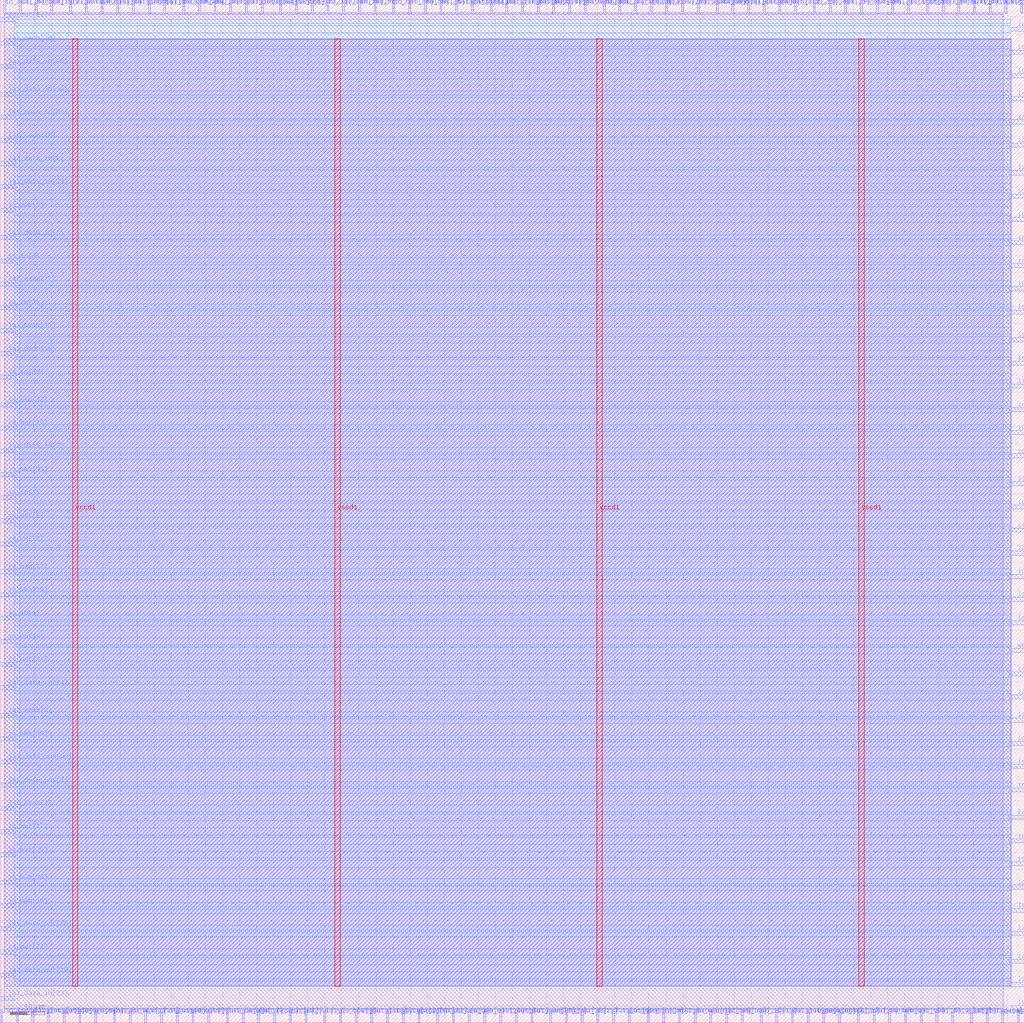
<source format=lef>
VERSION 5.7 ;
  NOWIREEXTENSIONATPIN ON ;
  DIVIDERCHAR "/" ;
  BUSBITCHARS "[]" ;
MACRO wrapped_asic_watch
  CLASS BLOCK ;
  FOREIGN wrapped_asic_watch ;
  ORIGIN 0.000 0.000 ;
  SIZE 300.000 BY 300.000 ;
  PIN active
    DIRECTION INPUT ;
    USE SIGNAL ;
    PORT
      LAYER met2 ;
        RECT 24.790 296.000 25.350 300.000 ;
    END
  END active
  PIN io_in[0]
    DIRECTION INPUT ;
    USE SIGNAL ;
    PORT
      LAYER met2 ;
        RECT 79.990 0.000 80.550 4.000 ;
    END
  END io_in[0]
  PIN io_in[10]
    DIRECTION INPUT ;
    USE SIGNAL ;
    PORT
      LAYER met2 ;
        RECT 185.790 296.000 186.350 300.000 ;
    END
  END io_in[10]
  PIN io_in[11]
    DIRECTION INPUT ;
    USE SIGNAL ;
    PORT
      LAYER met2 ;
        RECT 43.190 296.000 43.750 300.000 ;
    END
  END io_in[11]
  PIN io_in[12]
    DIRECTION INPUT ;
    USE SIGNAL ;
    PORT
      LAYER met3 ;
        RECT 296.000 241.820 300.000 243.020 ;
    END
  END io_in[12]
  PIN io_in[13]
    DIRECTION INPUT ;
    USE SIGNAL ;
    PORT
      LAYER met2 ;
        RECT 122.310 0.000 122.870 4.000 ;
    END
  END io_in[13]
  PIN io_in[14]
    DIRECTION INPUT ;
    USE SIGNAL ;
    PORT
      LAYER met2 ;
        RECT 137.950 296.000 138.510 300.000 ;
    END
  END io_in[14]
  PIN io_in[15]
    DIRECTION INPUT ;
    USE SIGNAL ;
    PORT
      LAYER met3 ;
        RECT 296.000 256.780 300.000 257.980 ;
    END
  END io_in[15]
  PIN io_in[16]
    DIRECTION INPUT ;
    USE SIGNAL ;
    PORT
      LAYER met2 ;
        RECT 278.710 0.000 279.270 4.000 ;
    END
  END io_in[16]
  PIN io_in[17]
    DIRECTION INPUT ;
    USE SIGNAL ;
    PORT
      LAYER met2 ;
        RECT 95.630 296.000 96.190 300.000 ;
    END
  END io_in[17]
  PIN io_in[18]
    DIRECTION INPUT ;
    USE SIGNAL ;
    PORT
      LAYER met2 ;
        RECT 104.830 296.000 105.390 300.000 ;
    END
  END io_in[18]
  PIN io_in[19]
    DIRECTION INPUT ;
    USE SIGNAL ;
    PORT
      LAYER met2 ;
        RECT 222.590 0.000 223.150 4.000 ;
    END
  END io_in[19]
  PIN io_in[1]
    DIRECTION INPUT ;
    USE SIGNAL ;
    PORT
      LAYER met3 ;
        RECT 0.000 118.060 4.000 119.260 ;
    END
  END io_in[1]
  PIN io_in[20]
    DIRECTION INPUT ;
    USE SIGNAL ;
    PORT
      LAYER met3 ;
        RECT 0.000 209.180 4.000 210.380 ;
    END
  END io_in[20]
  PIN io_in[21]
    DIRECTION INPUT ;
    USE SIGNAL ;
    PORT
      LAYER met3 ;
        RECT 0.000 139.820 4.000 141.020 ;
    END
  END io_in[21]
  PIN io_in[22]
    DIRECTION INPUT ;
    USE SIGNAL ;
    PORT
      LAYER met3 ;
        RECT 296.000 52.780 300.000 53.980 ;
    END
  END io_in[22]
  PIN io_in[23]
    DIRECTION INPUT ;
    USE SIGNAL ;
    PORT
      LAYER met2 ;
        RECT 91.030 296.000 91.590 300.000 ;
    END
  END io_in[23]
  PIN io_in[24]
    DIRECTION INPUT ;
    USE SIGNAL ;
    PORT
      LAYER met2 ;
        RECT 76.310 296.000 76.870 300.000 ;
    END
  END io_in[24]
  PIN io_in[25]
    DIRECTION INPUT ;
    USE SIGNAL ;
    PORT
      LAYER met2 ;
        RECT 194.070 0.000 194.630 4.000 ;
    END
  END io_in[25]
  PIN io_in[26]
    DIRECTION INPUT ;
    USE SIGNAL ;
    PORT
      LAYER met2 ;
        RECT 189.470 0.000 190.030 4.000 ;
    END
  END io_in[26]
  PIN io_in[27]
    DIRECTION INPUT ;
    USE SIGNAL ;
    PORT
      LAYER met3 ;
        RECT 296.000 17.420 300.000 18.620 ;
    END
  END io_in[27]
  PIN io_in[28]
    DIRECTION INPUT ;
    USE SIGNAL ;
    PORT
      LAYER met2 ;
        RECT 170.150 0.000 170.710 4.000 ;
    END
  END io_in[28]
  PIN io_in[29]
    DIRECTION INPUT ;
    USE SIGNAL ;
    PORT
      LAYER met2 ;
        RECT 298.950 296.000 299.510 300.000 ;
    END
  END io_in[29]
  PIN io_in[2]
    DIRECTION INPUT ;
    USE SIGNAL ;
    PORT
      LAYER met2 ;
        RECT 84.590 0.000 85.150 4.000 ;
    END
  END io_in[2]
  PIN io_in[30]
    DIRECTION INPUT ;
    USE SIGNAL ;
    PORT
      LAYER met3 ;
        RECT 296.000 81.340 300.000 82.540 ;
    END
  END io_in[30]
  PIN io_in[31]
    DIRECTION INPUT ;
    USE SIGNAL ;
    PORT
      LAYER met2 ;
        RECT 14.670 296.000 15.230 300.000 ;
    END
  END io_in[31]
  PIN io_in[32]
    DIRECTION INPUT ;
    USE SIGNAL ;
    PORT
      LAYER met2 ;
        RECT 160.950 0.000 161.510 4.000 ;
    END
  END io_in[32]
  PIN io_in[33]
    DIRECTION INPUT ;
    USE SIGNAL ;
    PORT
      LAYER met3 ;
        RECT 0.000 188.780 4.000 189.980 ;
    END
  END io_in[33]
  PIN io_in[34]
    DIRECTION INPUT ;
    USE SIGNAL ;
    PORT
      LAYER met2 ;
        RECT 238.230 296.000 238.790 300.000 ;
    END
  END io_in[34]
  PIN io_in[35]
    DIRECTION INPUT ;
    USE SIGNAL ;
    PORT
      LAYER met2 ;
        RECT 265.830 296.000 266.390 300.000 ;
    END
  END io_in[35]
  PIN io_in[36]
    DIRECTION INPUT ;
    USE SIGNAL ;
    PORT
      LAYER met3 ;
        RECT 296.000 165.660 300.000 166.860 ;
    END
  END io_in[36]
  PIN io_in[37]
    DIRECTION INPUT ;
    USE SIGNAL ;
    PORT
      LAYER met2 ;
        RECT 271.350 296.000 271.910 300.000 ;
    END
  END io_in[37]
  PIN io_in[3]
    DIRECTION INPUT ;
    USE SIGNAL ;
    PORT
      LAYER met2 ;
        RECT 190.390 296.000 190.950 300.000 ;
    END
  END io_in[3]
  PIN io_in[4]
    DIRECTION INPUT ;
    USE SIGNAL ;
    PORT
      LAYER met3 ;
        RECT 296.000 157.500 300.000 158.700 ;
    END
  END io_in[4]
  PIN io_in[5]
    DIRECTION INPUT ;
    USE SIGNAL ;
    PORT
      LAYER met3 ;
        RECT 296.000 283.980 300.000 285.180 ;
    END
  END io_in[5]
  PIN io_in[6]
    DIRECTION INPUT ;
    USE SIGNAL ;
    PORT
      LAYER met3 ;
        RECT 0.000 222.780 4.000 223.980 ;
    END
  END io_in[6]
  PIN io_in[7]
    DIRECTION INPUT ;
    USE SIGNAL ;
    PORT
      LAYER met3 ;
        RECT 0.000 153.420 4.000 154.620 ;
    END
  END io_in[7]
  PIN io_in[8]
    DIRECTION INPUT ;
    USE SIGNAL ;
    PORT
      LAYER met3 ;
        RECT 296.000 179.260 300.000 180.460 ;
    END
  END io_in[8]
  PIN io_in[9]
    DIRECTION INPUT ;
    USE SIGNAL ;
    PORT
      LAYER met2 ;
        RECT 86.430 296.000 86.990 300.000 ;
    END
  END io_in[9]
  PIN io_oeb[0]
    DIRECTION OUTPUT TRISTATE ;
    USE SIGNAL ;
    PORT
      LAYER met2 ;
        RECT 137.030 0.000 137.590 4.000 ;
    END
  END io_oeb[0]
  PIN io_oeb[10]
    DIRECTION OUTPUT TRISTATE ;
    USE SIGNAL ;
    PORT
      LAYER met3 ;
        RECT 0.000 124.860 4.000 126.060 ;
    END
  END io_oeb[10]
  PIN io_oeb[11]
    DIRECTION OUTPUT TRISTATE ;
    USE SIGNAL ;
    PORT
      LAYER met3 ;
        RECT 296.000 143.900 300.000 145.100 ;
    END
  END io_oeb[11]
  PIN io_oeb[12]
    DIRECTION OUTPUT TRISTATE ;
    USE SIGNAL ;
    PORT
      LAYER met3 ;
        RECT 296.000 45.980 300.000 47.180 ;
    END
  END io_oeb[12]
  PIN io_oeb[13]
    DIRECTION OUTPUT TRISTATE ;
    USE SIGNAL ;
    PORT
      LAYER met3 ;
        RECT 296.000 39.180 300.000 40.380 ;
    END
  END io_oeb[13]
  PIN io_oeb[14]
    DIRECTION OUTPUT TRISTATE ;
    USE SIGNAL ;
    PORT
      LAYER met3 ;
        RECT 0.000 33.740 4.000 34.940 ;
    END
  END io_oeb[14]
  PIN io_oeb[15]
    DIRECTION OUTPUT TRISTATE ;
    USE SIGNAL ;
    PORT
      LAYER met2 ;
        RECT 114.950 296.000 115.510 300.000 ;
    END
  END io_oeb[15]
  PIN io_oeb[16]
    DIRECTION OUTPUT TRISTATE ;
    USE SIGNAL ;
    PORT
      LAYER met2 ;
        RECT 269.510 0.000 270.070 4.000 ;
    END
  END io_oeb[16]
  PIN io_oeb[17]
    DIRECTION OUTPUT TRISTATE ;
    USE SIGNAL ;
    PORT
      LAYER met2 ;
        RECT 70.790 0.000 71.350 4.000 ;
    END
  END io_oeb[17]
  PIN io_oeb[18]
    DIRECTION OUTPUT TRISTATE ;
    USE SIGNAL ;
    PORT
      LAYER met2 ;
        RECT 228.110 296.000 228.670 300.000 ;
    END
  END io_oeb[18]
  PIN io_oeb[19]
    DIRECTION OUTPUT TRISTATE ;
    USE SIGNAL ;
    PORT
      LAYER met2 ;
        RECT 119.550 296.000 120.110 300.000 ;
    END
  END io_oeb[19]
  PIN io_oeb[1]
    DIRECTION OUTPUT TRISTATE ;
    USE SIGNAL ;
    PORT
      LAYER met2 ;
        RECT 203.270 0.000 203.830 4.000 ;
    END
  END io_oeb[1]
  PIN io_oeb[20]
    DIRECTION OUTPUT TRISTATE ;
    USE SIGNAL ;
    PORT
      LAYER met3 ;
        RECT 296.000 94.940 300.000 96.140 ;
    END
  END io_oeb[20]
  PIN io_oeb[21]
    DIRECTION OUTPUT TRISTATE ;
    USE SIGNAL ;
    PORT
      LAYER met2 ;
        RECT 53.310 296.000 53.870 300.000 ;
    END
  END io_oeb[21]
  PIN io_oeb[22]
    DIRECTION OUTPUT TRISTATE ;
    USE SIGNAL ;
    PORT
      LAYER met2 ;
        RECT 27.550 0.000 28.110 4.000 ;
    END
  END io_oeb[22]
  PIN io_oeb[23]
    DIRECTION OUTPUT TRISTATE ;
    USE SIGNAL ;
    PORT
      LAYER met2 ;
        RECT 171.070 296.000 171.630 300.000 ;
    END
  END io_oeb[23]
  PIN io_oeb[24]
    DIRECTION OUTPUT TRISTATE ;
    USE SIGNAL ;
    PORT
      LAYER met2 ;
        RECT 176.590 296.000 177.150 300.000 ;
    END
  END io_oeb[24]
  PIN io_oeb[25]
    DIRECTION OUTPUT TRISTATE ;
    USE SIGNAL ;
    PORT
      LAYER met2 ;
        RECT 245.590 0.000 246.150 4.000 ;
    END
  END io_oeb[25]
  PIN io_oeb[26]
    DIRECTION OUTPUT TRISTATE ;
    USE SIGNAL ;
    PORT
      LAYER met3 ;
        RECT 296.000 221.420 300.000 222.620 ;
    END
  END io_oeb[26]
  PIN io_oeb[27]
    DIRECTION OUTPUT TRISTATE ;
    USE SIGNAL ;
    PORT
      LAYER met2 ;
        RECT 194.990 296.000 195.550 300.000 ;
    END
  END io_oeb[27]
  PIN io_oeb[28]
    DIRECTION OUTPUT TRISTATE ;
    USE SIGNAL ;
    PORT
      LAYER met2 ;
        RECT 217.070 0.000 217.630 4.000 ;
    END
  END io_oeb[28]
  PIN io_oeb[29]
    DIRECTION OUTPUT TRISTATE ;
    USE SIGNAL ;
    PORT
      LAYER met3 ;
        RECT 296.000 172.460 300.000 173.660 ;
    END
  END io_oeb[29]
  PIN io_oeb[2]
    DIRECTION OUTPUT TRISTATE ;
    USE SIGNAL ;
    PORT
      LAYER met2 ;
        RECT 256.630 296.000 257.190 300.000 ;
    END
  END io_oeb[2]
  PIN io_oeb[30]
    DIRECTION OUTPUT TRISTATE ;
    USE SIGNAL ;
    PORT
      LAYER met2 ;
        RECT 57.910 296.000 58.470 300.000 ;
    END
  END io_oeb[30]
  PIN io_oeb[31]
    DIRECTION OUTPUT TRISTATE ;
    USE SIGNAL ;
    PORT
      LAYER met2 ;
        RECT 212.470 0.000 213.030 4.000 ;
    END
  END io_oeb[31]
  PIN io_oeb[32]
    DIRECTION OUTPUT TRISTATE ;
    USE SIGNAL ;
    PORT
      LAYER met3 ;
        RECT 0.000 180.620 4.000 181.820 ;
    END
  END io_oeb[32]
  PIN io_oeb[33]
    DIRECTION OUTPUT TRISTATE ;
    USE SIGNAL ;
    PORT
      LAYER met2 ;
        RECT 251.110 0.000 251.670 4.000 ;
    END
  END io_oeb[33]
  PIN io_oeb[34]
    DIRECTION OUTPUT TRISTATE ;
    USE SIGNAL ;
    PORT
      LAYER met2 ;
        RECT 100.230 296.000 100.790 300.000 ;
    END
  END io_oeb[34]
  PIN io_oeb[35]
    DIRECTION OUTPUT TRISTATE ;
    USE SIGNAL ;
    PORT
      LAYER met3 ;
        RECT 0.000 160.220 4.000 161.420 ;
    END
  END io_oeb[35]
  PIN io_oeb[36]
    DIRECTION OUTPUT TRISTATE ;
    USE SIGNAL ;
    PORT
      LAYER met3 ;
        RECT 0.000 82.700 4.000 83.900 ;
    END
  END io_oeb[36]
  PIN io_oeb[37]
    DIRECTION OUTPUT TRISTATE ;
    USE SIGNAL ;
    PORT
      LAYER met3 ;
        RECT 0.000 131.660 4.000 132.860 ;
    END
  END io_oeb[37]
  PIN io_oeb[3]
    DIRECTION OUTPUT TRISTATE ;
    USE SIGNAL ;
    PORT
      LAYER met2 ;
        RECT 132.430 0.000 132.990 4.000 ;
    END
  END io_oeb[3]
  PIN io_oeb[4]
    DIRECTION OUTPUT TRISTATE ;
    USE SIGNAL ;
    PORT
      LAYER met2 ;
        RECT 260.310 0.000 260.870 4.000 ;
    END
  END io_oeb[4]
  PIN io_oeb[5]
    DIRECTION OUTPUT TRISTATE ;
    USE SIGNAL ;
    PORT
      LAYER met3 ;
        RECT 0.000 237.740 4.000 238.940 ;
    END
  END io_oeb[5]
  PIN io_oeb[6]
    DIRECTION OUTPUT TRISTATE ;
    USE SIGNAL ;
    PORT
      LAYER met3 ;
        RECT 296.000 67.740 300.000 68.940 ;
    END
  END io_oeb[6]
  PIN io_oeb[7]
    DIRECTION OUTPUT TRISTATE ;
    USE SIGNAL ;
    PORT
      LAYER met2 ;
        RECT 109.430 296.000 109.990 300.000 ;
    END
  END io_oeb[7]
  PIN io_oeb[8]
    DIRECTION OUTPUT TRISTATE ;
    USE SIGNAL ;
    PORT
      LAYER met2 ;
        RECT 22.950 0.000 23.510 4.000 ;
    END
  END io_oeb[8]
  PIN io_oeb[9]
    DIRECTION OUTPUT TRISTATE ;
    USE SIGNAL ;
    PORT
      LAYER met2 ;
        RECT 56.070 0.000 56.630 4.000 ;
    END
  END io_oeb[9]
  PIN io_out[0]
    DIRECTION OUTPUT TRISTATE ;
    USE SIGNAL ;
    PORT
      LAYER met3 ;
        RECT 296.000 277.180 300.000 278.380 ;
    END
  END io_out[0]
  PIN io_out[10]
    DIRECTION OUTPUT TRISTATE ;
    USE SIGNAL ;
    PORT
      LAYER met3 ;
        RECT 296.000 137.100 300.000 138.300 ;
    END
  END io_out[10]
  PIN io_out[11]
    DIRECTION OUTPUT TRISTATE ;
    USE SIGNAL ;
    PORT
      LAYER met3 ;
        RECT 0.000 20.140 4.000 21.340 ;
    END
  END io_out[11]
  PIN io_out[12]
    DIRECTION OUTPUT TRISTATE ;
    USE SIGNAL ;
    PORT
      LAYER met3 ;
        RECT 0.000 55.500 4.000 56.700 ;
    END
  END io_out[12]
  PIN io_out[13]
    DIRECTION OUTPUT TRISTATE ;
    USE SIGNAL ;
    PORT
      LAYER met2 ;
        RECT 207.870 0.000 208.430 4.000 ;
    END
  END io_out[13]
  PIN io_out[14]
    DIRECTION OUTPUT TRISTATE ;
    USE SIGNAL ;
    PORT
      LAYER met3 ;
        RECT 296.000 228.220 300.000 229.420 ;
    END
  END io_out[14]
  PIN io_out[15]
    DIRECTION OUTPUT TRISTATE ;
    USE SIGNAL ;
    PORT
      LAYER met2 ;
        RECT 0.870 296.000 1.430 300.000 ;
    END
  END io_out[15]
  PIN io_out[16]
    DIRECTION OUTPUT TRISTATE ;
    USE SIGNAL ;
    PORT
      LAYER met3 ;
        RECT 296.000 130.300 300.000 131.500 ;
    END
  END io_out[16]
  PIN io_out[17]
    DIRECTION OUTPUT TRISTATE ;
    USE SIGNAL ;
    PORT
      LAYER met2 ;
        RECT 280.550 296.000 281.110 300.000 ;
    END
  END io_out[17]
  PIN io_out[18]
    DIRECTION OUTPUT TRISTATE ;
    USE SIGNAL ;
    PORT
      LAYER met2 ;
        RECT 240.990 0.000 241.550 4.000 ;
    END
  END io_out[18]
  PIN io_out[19]
    DIRECTION OUTPUT TRISTATE ;
    USE SIGNAL ;
    PORT
      LAYER met3 ;
        RECT 0.000 173.820 4.000 175.020 ;
    END
  END io_out[19]
  PIN io_out[1]
    DIRECTION OUTPUT TRISTATE ;
    USE SIGNAL ;
    PORT
      LAYER met2 ;
        RECT 214.310 296.000 214.870 300.000 ;
    END
  END io_out[1]
  PIN io_out[20]
    DIRECTION OUTPUT TRISTATE ;
    USE SIGNAL ;
    PORT
      LAYER met2 ;
        RECT 252.030 296.000 252.590 300.000 ;
    END
  END io_out[20]
  PIN io_out[21]
    DIRECTION OUTPUT TRISTATE ;
    USE SIGNAL ;
    PORT
      LAYER met3 ;
        RECT 0.000 293.500 4.000 294.700 ;
    END
  END io_out[21]
  PIN io_out[22]
    DIRECTION OUTPUT TRISTATE ;
    USE SIGNAL ;
    PORT
      LAYER met2 ;
        RECT 165.550 0.000 166.110 4.000 ;
    END
  END io_out[22]
  PIN io_out[23]
    DIRECTION OUTPUT TRISTATE ;
    USE SIGNAL ;
    PORT
      LAYER met3 ;
        RECT 296.000 101.740 300.000 102.940 ;
    END
  END io_out[23]
  PIN io_out[24]
    DIRECTION OUTPUT TRISTATE ;
    USE SIGNAL ;
    PORT
      LAYER met2 ;
        RECT 141.630 0.000 142.190 4.000 ;
    END
  END io_out[24]
  PIN io_out[25]
    DIRECTION OUTPUT TRISTATE ;
    USE SIGNAL ;
    PORT
      LAYER met2 ;
        RECT 232.710 296.000 233.270 300.000 ;
    END
  END io_out[25]
  PIN io_out[26]
    DIRECTION OUTPUT TRISTATE ;
    USE SIGNAL ;
    PORT
      LAYER met3 ;
        RECT 0.000 40.540 4.000 41.740 ;
    END
  END io_out[26]
  PIN io_out[27]
    DIRECTION OUTPUT TRISTATE ;
    USE SIGNAL ;
    PORT
      LAYER met2 ;
        RECT 242.830 296.000 243.390 300.000 ;
    END
  END io_out[27]
  PIN io_out[28]
    DIRECTION OUTPUT TRISTATE ;
    USE SIGNAL ;
    PORT
      LAYER met2 ;
        RECT 89.190 0.000 89.750 4.000 ;
    END
  END io_out[28]
  PIN io_out[29]
    DIRECTION OUTPUT TRISTATE ;
    USE SIGNAL ;
    PORT
      LAYER met2 ;
        RECT 264.910 0.000 265.470 4.000 ;
    END
  END io_out[29]
  PIN io_out[2]
    DIRECTION OUTPUT TRISTATE ;
    USE SIGNAL ;
    PORT
      LAYER met2 ;
        RECT 37.670 0.000 38.230 4.000 ;
    END
  END io_out[2]
  PIN io_out[30]
    DIRECTION OUTPUT TRISTATE ;
    USE SIGNAL ;
    PORT
      LAYER met3 ;
        RECT 0.000 48.700 4.000 49.900 ;
    END
  END io_out[30]
  PIN io_out[31]
    DIRECTION OUTPUT TRISTATE ;
    USE SIGNAL ;
    PORT
      LAYER met3 ;
        RECT 0.000 104.460 4.000 105.660 ;
    END
  END io_out[31]
  PIN io_out[32]
    DIRECTION OUTPUT TRISTATE ;
    USE SIGNAL ;
    PORT
      LAYER met2 ;
        RECT 29.390 296.000 29.950 300.000 ;
    END
  END io_out[32]
  PIN io_out[33]
    DIRECTION OUTPUT TRISTATE ;
    USE SIGNAL ;
    PORT
      LAYER met2 ;
        RECT 293.430 0.000 293.990 4.000 ;
    END
  END io_out[33]
  PIN io_out[34]
    DIRECTION OUTPUT TRISTATE ;
    USE SIGNAL ;
    PORT
      LAYER met3 ;
        RECT 296.000 235.020 300.000 236.220 ;
    END
  END io_out[34]
  PIN io_out[35]
    DIRECTION OUTPUT TRISTATE ;
    USE SIGNAL ;
    PORT
      LAYER met3 ;
        RECT 296.000 214.620 300.000 215.820 ;
    END
  END io_out[35]
  PIN io_out[36]
    DIRECTION OUTPUT TRISTATE ;
    USE SIGNAL ;
    PORT
      LAYER met2 ;
        RECT 124.150 296.000 124.710 300.000 ;
    END
  END io_out[36]
  PIN io_out[37]
    DIRECTION OUTPUT TRISTATE ;
    USE SIGNAL ;
    PORT
      LAYER met3 ;
        RECT 296.000 263.580 300.000 264.780 ;
    END
  END io_out[37]
  PIN io_out[3]
    DIRECTION OUTPUT TRISTATE ;
    USE SIGNAL ;
    PORT
      LAYER met2 ;
        RECT 10.070 296.000 10.630 300.000 ;
    END
  END io_out[3]
  PIN io_out[4]
    DIRECTION OUTPUT TRISTATE ;
    USE SIGNAL ;
    PORT
      LAYER met3 ;
        RECT 296.000 150.700 300.000 151.900 ;
    END
  END io_out[4]
  PIN io_out[5]
    DIRECTION OUTPUT TRISTATE ;
    USE SIGNAL ;
    PORT
      LAYER met2 ;
        RECT 161.870 296.000 162.430 300.000 ;
    END
  END io_out[5]
  PIN io_out[6]
    DIRECTION OUTPUT TRISTATE ;
    USE SIGNAL ;
    PORT
      LAYER met2 ;
        RECT 289.750 296.000 290.310 300.000 ;
    END
  END io_out[6]
  PIN io_out[7]
    DIRECTION OUTPUT TRISTATE ;
    USE SIGNAL ;
    PORT
      LAYER met3 ;
        RECT 0.000 146.620 4.000 147.820 ;
    END
  END io_out[7]
  PIN io_out[8]
    DIRECTION OUTPUT TRISTATE ;
    USE SIGNAL ;
    PORT
      LAYER met2 ;
        RECT 99.310 0.000 99.870 4.000 ;
    END
  END io_out[8]
  PIN io_out[9]
    DIRECTION OUTPUT TRISTATE ;
    USE SIGNAL ;
    PORT
      LAYER met3 ;
        RECT 0.000 111.260 4.000 112.460 ;
    END
  END io_out[9]
  PIN la1_data_in[0]
    DIRECTION INPUT ;
    USE SIGNAL ;
    PORT
      LAYER met2 ;
        RECT 298.030 0.000 298.590 4.000 ;
    END
  END la1_data_in[0]
  PIN la1_data_in[10]
    DIRECTION INPUT ;
    USE SIGNAL ;
    PORT
      LAYER met2 ;
        RECT 113.110 0.000 113.670 4.000 ;
    END
  END la1_data_in[10]
  PIN la1_data_in[11]
    DIRECTION INPUT ;
    USE SIGNAL ;
    PORT
      LAYER met2 ;
        RECT 288.830 0.000 289.390 4.000 ;
    END
  END la1_data_in[11]
  PIN la1_data_in[12]
    DIRECTION INPUT ;
    USE SIGNAL ;
    PORT
      LAYER met3 ;
        RECT 0.000 271.740 4.000 272.940 ;
    END
  END la1_data_in[12]
  PIN la1_data_in[13]
    DIRECTION INPUT ;
    USE SIGNAL ;
    PORT
      LAYER met2 ;
        RECT 174.750 0.000 175.310 4.000 ;
    END
  END la1_data_in[13]
  PIN la1_data_in[14]
    DIRECTION INPUT ;
    USE SIGNAL ;
    PORT
      LAYER met3 ;
        RECT 0.000 97.660 4.000 98.860 ;
    END
  END la1_data_in[14]
  PIN la1_data_in[15]
    DIRECTION INPUT ;
    USE SIGNAL ;
    PORT
      LAYER met2 ;
        RECT 128.750 296.000 129.310 300.000 ;
    END
  END la1_data_in[15]
  PIN la1_data_in[16]
    DIRECTION INPUT ;
    USE SIGNAL ;
    PORT
      LAYER met2 ;
        RECT 204.190 296.000 204.750 300.000 ;
    END
  END la1_data_in[16]
  PIN la1_data_in[17]
    DIRECTION INPUT ;
    USE SIGNAL ;
    PORT
      LAYER met2 ;
        RECT 166.470 296.000 167.030 300.000 ;
    END
  END la1_data_in[17]
  PIN la1_data_in[18]
    DIRECTION INPUT ;
    USE SIGNAL ;
    PORT
      LAYER met2 ;
        RECT 227.190 0.000 227.750 4.000 ;
    END
  END la1_data_in[18]
  PIN la1_data_in[19]
    DIRECTION INPUT ;
    USE SIGNAL ;
    PORT
      LAYER met2 ;
        RECT 133.350 296.000 133.910 300.000 ;
    END
  END la1_data_in[19]
  PIN la1_data_in[1]
    DIRECTION INPUT ;
    USE SIGNAL ;
    PORT
      LAYER met2 ;
        RECT 103.910 0.000 104.470 4.000 ;
    END
  END la1_data_in[1]
  PIN la1_data_in[20]
    DIRECTION INPUT ;
    USE SIGNAL ;
    PORT
      LAYER met3 ;
        RECT 0.000 264.940 4.000 266.140 ;
    END
  END la1_data_in[20]
  PIN la1_data_in[21]
    DIRECTION INPUT ;
    USE SIGNAL ;
    PORT
      LAYER met2 ;
        RECT 294.350 296.000 294.910 300.000 ;
    END
  END la1_data_in[21]
  PIN la1_data_in[22]
    DIRECTION INPUT ;
    USE SIGNAL ;
    PORT
      LAYER met3 ;
        RECT 296.000 3.820 300.000 5.020 ;
    END
  END la1_data_in[22]
  PIN la1_data_in[23]
    DIRECTION INPUT ;
    USE SIGNAL ;
    PORT
      LAYER met3 ;
        RECT 0.000 6.540 4.000 7.740 ;
    END
  END la1_data_in[23]
  PIN la1_data_in[24]
    DIRECTION INPUT ;
    USE SIGNAL ;
    PORT
      LAYER met2 ;
        RECT 75.390 0.000 75.950 4.000 ;
    END
  END la1_data_in[24]
  PIN la1_data_in[25]
    DIRECTION INPUT ;
    USE SIGNAL ;
    PORT
      LAYER met3 ;
        RECT 0.000 279.900 4.000 281.100 ;
    END
  END la1_data_in[25]
  PIN la1_data_in[26]
    DIRECTION INPUT ;
    USE SIGNAL ;
    PORT
      LAYER met2 ;
        RECT 274.110 0.000 274.670 4.000 ;
    END
  END la1_data_in[26]
  PIN la1_data_in[27]
    DIRECTION INPUT ;
    USE SIGNAL ;
    PORT
      LAYER met2 ;
        RECT 150.830 0.000 151.390 4.000 ;
    END
  END la1_data_in[27]
  PIN la1_data_in[28]
    DIRECTION INPUT ;
    USE SIGNAL ;
    PORT
      LAYER met3 ;
        RECT 0.000 244.540 4.000 245.740 ;
    END
  END la1_data_in[28]
  PIN la1_data_in[29]
    DIRECTION INPUT ;
    USE SIGNAL ;
    PORT
      LAYER met2 ;
        RECT 47.790 296.000 48.350 300.000 ;
    END
  END la1_data_in[29]
  PIN la1_data_in[2]
    DIRECTION INPUT ;
    USE SIGNAL ;
    PORT
      LAYER met2 ;
        RECT 60.670 0.000 61.230 4.000 ;
    END
  END la1_data_in[2]
  PIN la1_data_in[30]
    DIRECTION INPUT ;
    USE SIGNAL ;
    PORT
      LAYER met2 ;
        RECT 9.150 0.000 9.710 4.000 ;
    END
  END la1_data_in[30]
  PIN la1_data_in[31]
    DIRECTION INPUT ;
    USE SIGNAL ;
    PORT
      LAYER met2 ;
        RECT 198.670 0.000 199.230 4.000 ;
    END
  END la1_data_in[31]
  PIN la1_data_in[3]
    DIRECTION INPUT ;
    USE SIGNAL ;
    PORT
      LAYER met3 ;
        RECT 0.000 229.580 4.000 230.780 ;
    END
  END la1_data_in[3]
  PIN la1_data_in[4]
    DIRECTION INPUT ;
    USE SIGNAL ;
    PORT
      LAYER met2 ;
        RECT 261.230 296.000 261.790 300.000 ;
    END
  END la1_data_in[4]
  PIN la1_data_in[5]
    DIRECTION INPUT ;
    USE SIGNAL ;
    PORT
      LAYER met3 ;
        RECT 296.000 116.700 300.000 117.900 ;
    END
  END la1_data_in[5]
  PIN la1_data_in[6]
    DIRECTION INPUT ;
    USE SIGNAL ;
    PORT
      LAYER met2 ;
        RECT 143.470 296.000 144.030 300.000 ;
    END
  END la1_data_in[6]
  PIN la1_data_in[7]
    DIRECTION INPUT ;
    USE SIGNAL ;
    PORT
      LAYER met3 ;
        RECT 0.000 167.020 4.000 168.220 ;
    END
  END la1_data_in[7]
  PIN la1_data_in[8]
    DIRECTION INPUT ;
    USE SIGNAL ;
    PORT
      LAYER met2 ;
        RECT 148.070 296.000 148.630 300.000 ;
    END
  END la1_data_in[8]
  PIN la1_data_in[9]
    DIRECTION INPUT ;
    USE SIGNAL ;
    PORT
      LAYER met3 ;
        RECT 0.000 251.340 4.000 252.540 ;
    END
  END la1_data_in[9]
  PIN la1_data_out[0]
    DIRECTION OUTPUT TRISTATE ;
    USE SIGNAL ;
    PORT
      LAYER met2 ;
        RECT 42.270 0.000 42.830 4.000 ;
    END
  END la1_data_out[0]
  PIN la1_data_out[10]
    DIRECTION OUTPUT TRISTATE ;
    USE SIGNAL ;
    PORT
      LAYER met3 ;
        RECT 296.000 25.580 300.000 26.780 ;
    END
  END la1_data_out[10]
  PIN la1_data_out[11]
    DIRECTION OUTPUT TRISTATE ;
    USE SIGNAL ;
    PORT
      LAYER met2 ;
        RECT 117.710 0.000 118.270 4.000 ;
    END
  END la1_data_out[11]
  PIN la1_data_out[12]
    DIRECTION OUTPUT TRISTATE ;
    USE SIGNAL ;
    PORT
      LAYER met3 ;
        RECT 296.000 270.380 300.000 271.580 ;
    END
  END la1_data_out[12]
  PIN la1_data_out[13]
    DIRECTION OUTPUT TRISTATE ;
    USE SIGNAL ;
    PORT
      LAYER met2 ;
        RECT 67.110 296.000 67.670 300.000 ;
    END
  END la1_data_out[13]
  PIN la1_data_out[14]
    DIRECTION OUTPUT TRISTATE ;
    USE SIGNAL ;
    PORT
      LAYER met2 ;
        RECT 181.190 296.000 181.750 300.000 ;
    END
  END la1_data_out[14]
  PIN la1_data_out[15]
    DIRECTION OUTPUT TRISTATE ;
    USE SIGNAL ;
    PORT
      LAYER met3 ;
        RECT 0.000 13.340 4.000 14.540 ;
    END
  END la1_data_out[15]
  PIN la1_data_out[16]
    DIRECTION OUTPUT TRISTATE ;
    USE SIGNAL ;
    PORT
      LAYER met3 ;
        RECT 296.000 59.580 300.000 60.780 ;
    END
  END la1_data_out[16]
  PIN la1_data_out[17]
    DIRECTION OUTPUT TRISTATE ;
    USE SIGNAL ;
    PORT
      LAYER met3 ;
        RECT 296.000 199.660 300.000 200.860 ;
    END
  END la1_data_out[17]
  PIN la1_data_out[18]
    DIRECTION OUTPUT TRISTATE ;
    USE SIGNAL ;
    PORT
      LAYER met2 ;
        RECT 71.710 296.000 72.270 300.000 ;
    END
  END la1_data_out[18]
  PIN la1_data_out[19]
    DIRECTION OUTPUT TRISTATE ;
    USE SIGNAL ;
    PORT
      LAYER met3 ;
        RECT 296.000 123.500 300.000 124.700 ;
    END
  END la1_data_out[19]
  PIN la1_data_out[1]
    DIRECTION OUTPUT TRISTATE ;
    USE SIGNAL ;
    PORT
      LAYER met2 ;
        RECT 20.190 296.000 20.750 300.000 ;
    END
  END la1_data_out[1]
  PIN la1_data_out[20]
    DIRECTION OUTPUT TRISTATE ;
    USE SIGNAL ;
    PORT
      LAYER met3 ;
        RECT 0.000 75.900 4.000 77.100 ;
    END
  END la1_data_out[20]
  PIN la1_data_out[21]
    DIRECTION OUTPUT TRISTATE ;
    USE SIGNAL ;
    PORT
      LAYER met3 ;
        RECT 296.000 248.620 300.000 249.820 ;
    END
  END la1_data_out[21]
  PIN la1_data_out[22]
    DIRECTION OUTPUT TRISTATE ;
    USE SIGNAL ;
    PORT
      LAYER met2 ;
        RECT 199.590 296.000 200.150 300.000 ;
    END
  END la1_data_out[22]
  PIN la1_data_out[23]
    DIRECTION OUTPUT TRISTATE ;
    USE SIGNAL ;
    PORT
      LAYER met2 ;
        RECT 66.190 0.000 66.750 4.000 ;
    END
  END la1_data_out[23]
  PIN la1_data_out[24]
    DIRECTION OUTPUT TRISTATE ;
    USE SIGNAL ;
    PORT
      LAYER met3 ;
        RECT 296.000 74.540 300.000 75.740 ;
    END
  END la1_data_out[24]
  PIN la1_data_out[25]
    DIRECTION OUTPUT TRISTATE ;
    USE SIGNAL ;
    PORT
      LAYER met3 ;
        RECT 0.000 26.940 4.000 28.140 ;
    END
  END la1_data_out[25]
  PIN la1_data_out[26]
    DIRECTION OUTPUT TRISTATE ;
    USE SIGNAL ;
    PORT
      LAYER met2 ;
        RECT 284.230 0.000 284.790 4.000 ;
    END
  END la1_data_out[26]
  PIN la1_data_out[27]
    DIRECTION OUTPUT TRISTATE ;
    USE SIGNAL ;
    PORT
      LAYER met2 ;
        RECT 33.990 296.000 34.550 300.000 ;
    END
  END la1_data_out[27]
  PIN la1_data_out[28]
    DIRECTION OUTPUT TRISTATE ;
    USE SIGNAL ;
    PORT
      LAYER met2 ;
        RECT 231.790 0.000 232.350 4.000 ;
    END
  END la1_data_out[28]
  PIN la1_data_out[29]
    DIRECTION OUTPUT TRISTATE ;
    USE SIGNAL ;
    PORT
      LAYER met2 ;
        RECT 33.070 0.000 33.630 4.000 ;
    END
  END la1_data_out[29]
  PIN la1_data_out[2]
    DIRECTION OUTPUT TRISTATE ;
    USE SIGNAL ;
    PORT
      LAYER met2 ;
        RECT 108.510 0.000 109.070 4.000 ;
    END
  END la1_data_out[2]
  PIN la1_data_out[30]
    DIRECTION OUTPUT TRISTATE ;
    USE SIGNAL ;
    PORT
      LAYER met3 ;
        RECT 296.000 32.380 300.000 33.580 ;
    END
  END la1_data_out[30]
  PIN la1_data_out[31]
    DIRECTION OUTPUT TRISTATE ;
    USE SIGNAL ;
    PORT
      LAYER met3 ;
        RECT 296.000 290.780 300.000 291.980 ;
    END
  END la1_data_out[31]
  PIN la1_data_out[3]
    DIRECTION OUTPUT TRISTATE ;
    USE SIGNAL ;
    PORT
      LAYER met3 ;
        RECT 0.000 69.100 4.000 70.300 ;
    END
  END la1_data_out[3]
  PIN la1_data_out[4]
    DIRECTION OUTPUT TRISTATE ;
    USE SIGNAL ;
    PORT
      LAYER met2 ;
        RECT 236.390 0.000 236.950 4.000 ;
    END
  END la1_data_out[4]
  PIN la1_data_out[5]
    DIRECTION OUTPUT TRISTATE ;
    USE SIGNAL ;
    PORT
      LAYER met2 ;
        RECT 18.350 0.000 18.910 4.000 ;
    END
  END la1_data_out[5]
  PIN la1_data_out[6]
    DIRECTION OUTPUT TRISTATE ;
    USE SIGNAL ;
    PORT
      LAYER met3 ;
        RECT 296.000 88.140 300.000 89.340 ;
    END
  END la1_data_out[6]
  PIN la1_data_out[7]
    DIRECTION OUTPUT TRISTATE ;
    USE SIGNAL ;
    PORT
      LAYER met2 ;
        RECT 4.550 0.000 5.110 4.000 ;
    END
  END la1_data_out[7]
  PIN la1_data_out[8]
    DIRECTION OUTPUT TRISTATE ;
    USE SIGNAL ;
    PORT
      LAYER met3 ;
        RECT 296.000 207.820 300.000 209.020 ;
    END
  END la1_data_out[8]
  PIN la1_data_out[9]
    DIRECTION OUTPUT TRISTATE ;
    USE SIGNAL ;
    PORT
      LAYER met2 ;
        RECT 285.150 296.000 285.710 300.000 ;
    END
  END la1_data_out[9]
  PIN la1_oenb[0]
    DIRECTION INPUT ;
    USE SIGNAL ;
    PORT
      LAYER met2 ;
        RECT 255.710 0.000 256.270 4.000 ;
    END
  END la1_oenb[0]
  PIN la1_oenb[10]
    DIRECTION INPUT ;
    USE SIGNAL ;
    PORT
      LAYER met2 ;
        RECT 275.950 296.000 276.510 300.000 ;
    END
  END la1_oenb[10]
  PIN la1_oenb[11]
    DIRECTION INPUT ;
    USE SIGNAL ;
    PORT
      LAYER met3 ;
        RECT 0.000 202.380 4.000 203.580 ;
    END
  END la1_oenb[11]
  PIN la1_oenb[12]
    DIRECTION INPUT ;
    USE SIGNAL ;
    PORT
      LAYER met3 ;
        RECT 0.000 215.980 4.000 217.180 ;
    END
  END la1_oenb[12]
  PIN la1_oenb[13]
    DIRECTION INPUT ;
    USE SIGNAL ;
    PORT
      LAYER met2 ;
        RECT 155.430 0.000 155.990 4.000 ;
    END
  END la1_oenb[13]
  PIN la1_oenb[14]
    DIRECTION INPUT ;
    USE SIGNAL ;
    PORT
      LAYER met2 ;
        RECT -0.050 0.000 0.510 4.000 ;
    END
  END la1_oenb[14]
  PIN la1_oenb[15]
    DIRECTION INPUT ;
    USE SIGNAL ;
    PORT
      LAYER met2 ;
        RECT 183.950 0.000 184.510 4.000 ;
    END
  END la1_oenb[15]
  PIN la1_oenb[16]
    DIRECTION INPUT ;
    USE SIGNAL ;
    PORT
      LAYER met3 ;
        RECT 0.000 258.140 4.000 259.340 ;
    END
  END la1_oenb[16]
  PIN la1_oenb[17]
    DIRECTION INPUT ;
    USE SIGNAL ;
    PORT
      LAYER met2 ;
        RECT 62.510 296.000 63.070 300.000 ;
    END
  END la1_oenb[17]
  PIN la1_oenb[18]
    DIRECTION INPUT ;
    USE SIGNAL ;
    PORT
      LAYER met2 ;
        RECT 157.270 296.000 157.830 300.000 ;
    END
  END la1_oenb[18]
  PIN la1_oenb[19]
    DIRECTION INPUT ;
    USE SIGNAL ;
    PORT
      LAYER met3 ;
        RECT 0.000 195.580 4.000 196.780 ;
    END
  END la1_oenb[19]
  PIN la1_oenb[1]
    DIRECTION INPUT ;
    USE SIGNAL ;
    PORT
      LAYER met2 ;
        RECT 46.870 0.000 47.430 4.000 ;
    END
  END la1_oenb[1]
  PIN la1_oenb[20]
    DIRECTION INPUT ;
    USE SIGNAL ;
    PORT
      LAYER met2 ;
        RECT 13.750 0.000 14.310 4.000 ;
    END
  END la1_oenb[20]
  PIN la1_oenb[21]
    DIRECTION INPUT ;
    USE SIGNAL ;
    PORT
      LAYER met2 ;
        RECT 209.710 296.000 210.270 300.000 ;
    END
  END la1_oenb[21]
  PIN la1_oenb[22]
    DIRECTION INPUT ;
    USE SIGNAL ;
    PORT
      LAYER met2 ;
        RECT 152.670 296.000 153.230 300.000 ;
    END
  END la1_oenb[22]
  PIN la1_oenb[23]
    DIRECTION INPUT ;
    USE SIGNAL ;
    PORT
      LAYER met2 ;
        RECT 127.830 0.000 128.390 4.000 ;
    END
  END la1_oenb[23]
  PIN la1_oenb[24]
    DIRECTION INPUT ;
    USE SIGNAL ;
    PORT
      LAYER met2 ;
        RECT 247.430 296.000 247.990 300.000 ;
    END
  END la1_oenb[24]
  PIN la1_oenb[25]
    DIRECTION INPUT ;
    USE SIGNAL ;
    PORT
      LAYER met3 ;
        RECT 296.000 10.620 300.000 11.820 ;
    END
  END la1_oenb[25]
  PIN la1_oenb[26]
    DIRECTION INPUT ;
    USE SIGNAL ;
    PORT
      LAYER met3 ;
        RECT 0.000 286.700 4.000 287.900 ;
    END
  END la1_oenb[26]
  PIN la1_oenb[27]
    DIRECTION INPUT ;
    USE SIGNAL ;
    PORT
      LAYER met3 ;
        RECT 296.000 192.860 300.000 194.060 ;
    END
  END la1_oenb[27]
  PIN la1_oenb[28]
    DIRECTION INPUT ;
    USE SIGNAL ;
    PORT
      LAYER met2 ;
        RECT 51.470 0.000 52.030 4.000 ;
    END
  END la1_oenb[28]
  PIN la1_oenb[29]
    DIRECTION INPUT ;
    USE SIGNAL ;
    PORT
      LAYER met2 ;
        RECT 94.710 0.000 95.270 4.000 ;
    END
  END la1_oenb[29]
  PIN la1_oenb[2]
    DIRECTION INPUT ;
    USE SIGNAL ;
    PORT
      LAYER met3 ;
        RECT 0.000 62.300 4.000 63.500 ;
    END
  END la1_oenb[2]
  PIN la1_oenb[30]
    DIRECTION INPUT ;
    USE SIGNAL ;
    PORT
      LAYER met3 ;
        RECT 296.000 186.060 300.000 187.260 ;
    END
  END la1_oenb[30]
  PIN la1_oenb[31]
    DIRECTION INPUT ;
    USE SIGNAL ;
    PORT
      LAYER met2 ;
        RECT 146.230 0.000 146.790 4.000 ;
    END
  END la1_oenb[31]
  PIN la1_oenb[3]
    DIRECTION INPUT ;
    USE SIGNAL ;
    PORT
      LAYER met2 ;
        RECT 223.510 296.000 224.070 300.000 ;
    END
  END la1_oenb[3]
  PIN la1_oenb[4]
    DIRECTION INPUT ;
    USE SIGNAL ;
    PORT
      LAYER met2 ;
        RECT 218.910 296.000 219.470 300.000 ;
    END
  END la1_oenb[4]
  PIN la1_oenb[5]
    DIRECTION INPUT ;
    USE SIGNAL ;
    PORT
      LAYER met2 ;
        RECT 38.590 296.000 39.150 300.000 ;
    END
  END la1_oenb[5]
  PIN la1_oenb[6]
    DIRECTION INPUT ;
    USE SIGNAL ;
    PORT
      LAYER met2 ;
        RECT 81.830 296.000 82.390 300.000 ;
    END
  END la1_oenb[6]
  PIN la1_oenb[7]
    DIRECTION INPUT ;
    USE SIGNAL ;
    PORT
      LAYER met2 ;
        RECT 179.350 0.000 179.910 4.000 ;
    END
  END la1_oenb[7]
  PIN la1_oenb[8]
    DIRECTION INPUT ;
    USE SIGNAL ;
    PORT
      LAYER met3 ;
        RECT 0.000 89.500 4.000 90.700 ;
    END
  END la1_oenb[8]
  PIN la1_oenb[9]
    DIRECTION INPUT ;
    USE SIGNAL ;
    PORT
      LAYER met2 ;
        RECT 5.470 296.000 6.030 300.000 ;
    END
  END la1_oenb[9]
  PIN vccd1
    DIRECTION INPUT ;
    USE POWER ;
    PORT
      LAYER met4 ;
        RECT 21.040 10.640 22.640 288.560 ;
    END
    PORT
      LAYER met4 ;
        RECT 174.640 10.640 176.240 288.560 ;
    END
  END vccd1
  PIN vssd1
    DIRECTION INPUT ;
    USE GROUND ;
    PORT
      LAYER met4 ;
        RECT 97.840 10.640 99.440 288.560 ;
    END
    PORT
      LAYER met4 ;
        RECT 251.440 10.640 253.040 288.560 ;
    END
  END vssd1
  PIN wb_clk_i
    DIRECTION INPUT ;
    USE SIGNAL ;
    PORT
      LAYER met3 ;
        RECT 296.000 108.540 300.000 109.740 ;
    END
  END wb_clk_i
  OBS
      LAYER li1 ;
        RECT 5.520 10.795 296.095 288.405 ;
      LAYER met1 ;
        RECT 0.990 10.640 296.155 288.560 ;
      LAYER met2 ;
        RECT 1.710 295.720 5.190 296.210 ;
        RECT 6.310 295.720 9.790 296.210 ;
        RECT 10.910 295.720 14.390 296.210 ;
        RECT 15.510 295.720 19.910 296.210 ;
        RECT 21.030 295.720 24.510 296.210 ;
        RECT 25.630 295.720 29.110 296.210 ;
        RECT 30.230 295.720 33.710 296.210 ;
        RECT 34.830 295.720 38.310 296.210 ;
        RECT 39.430 295.720 42.910 296.210 ;
        RECT 44.030 295.720 47.510 296.210 ;
        RECT 48.630 295.720 53.030 296.210 ;
        RECT 54.150 295.720 57.630 296.210 ;
        RECT 58.750 295.720 62.230 296.210 ;
        RECT 63.350 295.720 66.830 296.210 ;
        RECT 67.950 295.720 71.430 296.210 ;
        RECT 72.550 295.720 76.030 296.210 ;
        RECT 77.150 295.720 81.550 296.210 ;
        RECT 82.670 295.720 86.150 296.210 ;
        RECT 87.270 295.720 90.750 296.210 ;
        RECT 91.870 295.720 95.350 296.210 ;
        RECT 96.470 295.720 99.950 296.210 ;
        RECT 101.070 295.720 104.550 296.210 ;
        RECT 105.670 295.720 109.150 296.210 ;
        RECT 110.270 295.720 114.670 296.210 ;
        RECT 115.790 295.720 119.270 296.210 ;
        RECT 120.390 295.720 123.870 296.210 ;
        RECT 124.990 295.720 128.470 296.210 ;
        RECT 129.590 295.720 133.070 296.210 ;
        RECT 134.190 295.720 137.670 296.210 ;
        RECT 138.790 295.720 143.190 296.210 ;
        RECT 144.310 295.720 147.790 296.210 ;
        RECT 148.910 295.720 152.390 296.210 ;
        RECT 153.510 295.720 156.990 296.210 ;
        RECT 158.110 295.720 161.590 296.210 ;
        RECT 162.710 295.720 166.190 296.210 ;
        RECT 167.310 295.720 170.790 296.210 ;
        RECT 171.910 295.720 176.310 296.210 ;
        RECT 177.430 295.720 180.910 296.210 ;
        RECT 182.030 295.720 185.510 296.210 ;
        RECT 186.630 295.720 190.110 296.210 ;
        RECT 191.230 295.720 194.710 296.210 ;
        RECT 195.830 295.720 199.310 296.210 ;
        RECT 200.430 295.720 203.910 296.210 ;
        RECT 205.030 295.720 209.430 296.210 ;
        RECT 210.550 295.720 214.030 296.210 ;
        RECT 215.150 295.720 218.630 296.210 ;
        RECT 219.750 295.720 223.230 296.210 ;
        RECT 224.350 295.720 227.830 296.210 ;
        RECT 228.950 295.720 232.430 296.210 ;
        RECT 233.550 295.720 237.950 296.210 ;
        RECT 239.070 295.720 242.550 296.210 ;
        RECT 243.670 295.720 247.150 296.210 ;
        RECT 248.270 295.720 251.750 296.210 ;
        RECT 252.870 295.720 256.350 296.210 ;
        RECT 257.470 295.720 260.950 296.210 ;
        RECT 262.070 295.720 265.550 296.210 ;
        RECT 266.670 295.720 271.070 296.210 ;
        RECT 272.190 295.720 275.670 296.210 ;
        RECT 276.790 295.720 280.270 296.210 ;
        RECT 281.390 295.720 284.870 296.210 ;
        RECT 285.990 295.720 289.470 296.210 ;
        RECT 290.590 295.720 293.840 296.210 ;
        RECT 1.020 4.280 293.840 295.720 ;
        RECT 1.020 4.000 4.270 4.280 ;
        RECT 5.390 4.000 8.870 4.280 ;
        RECT 9.990 4.000 13.470 4.280 ;
        RECT 14.590 4.000 18.070 4.280 ;
        RECT 19.190 4.000 22.670 4.280 ;
        RECT 23.790 4.000 27.270 4.280 ;
        RECT 28.390 4.000 32.790 4.280 ;
        RECT 33.910 4.000 37.390 4.280 ;
        RECT 38.510 4.000 41.990 4.280 ;
        RECT 43.110 4.000 46.590 4.280 ;
        RECT 47.710 4.000 51.190 4.280 ;
        RECT 52.310 4.000 55.790 4.280 ;
        RECT 56.910 4.000 60.390 4.280 ;
        RECT 61.510 4.000 65.910 4.280 ;
        RECT 67.030 4.000 70.510 4.280 ;
        RECT 71.630 4.000 75.110 4.280 ;
        RECT 76.230 4.000 79.710 4.280 ;
        RECT 80.830 4.000 84.310 4.280 ;
        RECT 85.430 4.000 88.910 4.280 ;
        RECT 90.030 4.000 94.430 4.280 ;
        RECT 95.550 4.000 99.030 4.280 ;
        RECT 100.150 4.000 103.630 4.280 ;
        RECT 104.750 4.000 108.230 4.280 ;
        RECT 109.350 4.000 112.830 4.280 ;
        RECT 113.950 4.000 117.430 4.280 ;
        RECT 118.550 4.000 122.030 4.280 ;
        RECT 123.150 4.000 127.550 4.280 ;
        RECT 128.670 4.000 132.150 4.280 ;
        RECT 133.270 4.000 136.750 4.280 ;
        RECT 137.870 4.000 141.350 4.280 ;
        RECT 142.470 4.000 145.950 4.280 ;
        RECT 147.070 4.000 150.550 4.280 ;
        RECT 151.670 4.000 155.150 4.280 ;
        RECT 156.270 4.000 160.670 4.280 ;
        RECT 161.790 4.000 165.270 4.280 ;
        RECT 166.390 4.000 169.870 4.280 ;
        RECT 170.990 4.000 174.470 4.280 ;
        RECT 175.590 4.000 179.070 4.280 ;
        RECT 180.190 4.000 183.670 4.280 ;
        RECT 184.790 4.000 189.190 4.280 ;
        RECT 190.310 4.000 193.790 4.280 ;
        RECT 194.910 4.000 198.390 4.280 ;
        RECT 199.510 4.000 202.990 4.280 ;
        RECT 204.110 4.000 207.590 4.280 ;
        RECT 208.710 4.000 212.190 4.280 ;
        RECT 213.310 4.000 216.790 4.280 ;
        RECT 217.910 4.000 222.310 4.280 ;
        RECT 223.430 4.000 226.910 4.280 ;
        RECT 228.030 4.000 231.510 4.280 ;
        RECT 232.630 4.000 236.110 4.280 ;
        RECT 237.230 4.000 240.710 4.280 ;
        RECT 241.830 4.000 245.310 4.280 ;
        RECT 246.430 4.000 250.830 4.280 ;
        RECT 251.950 4.000 255.430 4.280 ;
        RECT 256.550 4.000 260.030 4.280 ;
        RECT 261.150 4.000 264.630 4.280 ;
        RECT 265.750 4.000 269.230 4.280 ;
        RECT 270.350 4.000 273.830 4.280 ;
        RECT 274.950 4.000 278.430 4.280 ;
        RECT 279.550 4.000 283.950 4.280 ;
        RECT 285.070 4.000 288.550 4.280 ;
        RECT 289.670 4.000 293.150 4.280 ;
      LAYER met3 ;
        RECT 4.400 293.100 296.000 294.265 ;
        RECT 4.000 292.380 296.000 293.100 ;
        RECT 4.000 290.380 295.600 292.380 ;
        RECT 4.000 288.300 296.000 290.380 ;
        RECT 4.400 286.300 296.000 288.300 ;
        RECT 4.000 285.580 296.000 286.300 ;
        RECT 4.000 283.580 295.600 285.580 ;
        RECT 4.000 281.500 296.000 283.580 ;
        RECT 4.400 279.500 296.000 281.500 ;
        RECT 4.000 278.780 296.000 279.500 ;
        RECT 4.000 276.780 295.600 278.780 ;
        RECT 4.000 273.340 296.000 276.780 ;
        RECT 4.400 271.980 296.000 273.340 ;
        RECT 4.400 271.340 295.600 271.980 ;
        RECT 4.000 269.980 295.600 271.340 ;
        RECT 4.000 266.540 296.000 269.980 ;
        RECT 4.400 265.180 296.000 266.540 ;
        RECT 4.400 264.540 295.600 265.180 ;
        RECT 4.000 263.180 295.600 264.540 ;
        RECT 4.000 259.740 296.000 263.180 ;
        RECT 4.400 258.380 296.000 259.740 ;
        RECT 4.400 257.740 295.600 258.380 ;
        RECT 4.000 256.380 295.600 257.740 ;
        RECT 4.000 252.940 296.000 256.380 ;
        RECT 4.400 250.940 296.000 252.940 ;
        RECT 4.000 250.220 296.000 250.940 ;
        RECT 4.000 248.220 295.600 250.220 ;
        RECT 4.000 246.140 296.000 248.220 ;
        RECT 4.400 244.140 296.000 246.140 ;
        RECT 4.000 243.420 296.000 244.140 ;
        RECT 4.000 241.420 295.600 243.420 ;
        RECT 4.000 239.340 296.000 241.420 ;
        RECT 4.400 237.340 296.000 239.340 ;
        RECT 4.000 236.620 296.000 237.340 ;
        RECT 4.000 234.620 295.600 236.620 ;
        RECT 4.000 231.180 296.000 234.620 ;
        RECT 4.400 229.820 296.000 231.180 ;
        RECT 4.400 229.180 295.600 229.820 ;
        RECT 4.000 227.820 295.600 229.180 ;
        RECT 4.000 224.380 296.000 227.820 ;
        RECT 4.400 223.020 296.000 224.380 ;
        RECT 4.400 222.380 295.600 223.020 ;
        RECT 4.000 221.020 295.600 222.380 ;
        RECT 4.000 217.580 296.000 221.020 ;
        RECT 4.400 216.220 296.000 217.580 ;
        RECT 4.400 215.580 295.600 216.220 ;
        RECT 4.000 214.220 295.600 215.580 ;
        RECT 4.000 210.780 296.000 214.220 ;
        RECT 4.400 209.420 296.000 210.780 ;
        RECT 4.400 208.780 295.600 209.420 ;
        RECT 4.000 207.420 295.600 208.780 ;
        RECT 4.000 203.980 296.000 207.420 ;
        RECT 4.400 201.980 296.000 203.980 ;
        RECT 4.000 201.260 296.000 201.980 ;
        RECT 4.000 199.260 295.600 201.260 ;
        RECT 4.000 197.180 296.000 199.260 ;
        RECT 4.400 195.180 296.000 197.180 ;
        RECT 4.000 194.460 296.000 195.180 ;
        RECT 4.000 192.460 295.600 194.460 ;
        RECT 4.000 190.380 296.000 192.460 ;
        RECT 4.400 188.380 296.000 190.380 ;
        RECT 4.000 187.660 296.000 188.380 ;
        RECT 4.000 185.660 295.600 187.660 ;
        RECT 4.000 182.220 296.000 185.660 ;
        RECT 4.400 180.860 296.000 182.220 ;
        RECT 4.400 180.220 295.600 180.860 ;
        RECT 4.000 178.860 295.600 180.220 ;
        RECT 4.000 175.420 296.000 178.860 ;
        RECT 4.400 174.060 296.000 175.420 ;
        RECT 4.400 173.420 295.600 174.060 ;
        RECT 4.000 172.060 295.600 173.420 ;
        RECT 4.000 168.620 296.000 172.060 ;
        RECT 4.400 167.260 296.000 168.620 ;
        RECT 4.400 166.620 295.600 167.260 ;
        RECT 4.000 165.260 295.600 166.620 ;
        RECT 4.000 161.820 296.000 165.260 ;
        RECT 4.400 159.820 296.000 161.820 ;
        RECT 4.000 159.100 296.000 159.820 ;
        RECT 4.000 157.100 295.600 159.100 ;
        RECT 4.000 155.020 296.000 157.100 ;
        RECT 4.400 153.020 296.000 155.020 ;
        RECT 4.000 152.300 296.000 153.020 ;
        RECT 4.000 150.300 295.600 152.300 ;
        RECT 4.000 148.220 296.000 150.300 ;
        RECT 4.400 146.220 296.000 148.220 ;
        RECT 4.000 145.500 296.000 146.220 ;
        RECT 4.000 143.500 295.600 145.500 ;
        RECT 4.000 141.420 296.000 143.500 ;
        RECT 4.400 139.420 296.000 141.420 ;
        RECT 4.000 138.700 296.000 139.420 ;
        RECT 4.000 136.700 295.600 138.700 ;
        RECT 4.000 133.260 296.000 136.700 ;
        RECT 4.400 131.900 296.000 133.260 ;
        RECT 4.400 131.260 295.600 131.900 ;
        RECT 4.000 129.900 295.600 131.260 ;
        RECT 4.000 126.460 296.000 129.900 ;
        RECT 4.400 125.100 296.000 126.460 ;
        RECT 4.400 124.460 295.600 125.100 ;
        RECT 4.000 123.100 295.600 124.460 ;
        RECT 4.000 119.660 296.000 123.100 ;
        RECT 4.400 118.300 296.000 119.660 ;
        RECT 4.400 117.660 295.600 118.300 ;
        RECT 4.000 116.300 295.600 117.660 ;
        RECT 4.000 112.860 296.000 116.300 ;
        RECT 4.400 110.860 296.000 112.860 ;
        RECT 4.000 110.140 296.000 110.860 ;
        RECT 4.000 108.140 295.600 110.140 ;
        RECT 4.000 106.060 296.000 108.140 ;
        RECT 4.400 104.060 296.000 106.060 ;
        RECT 4.000 103.340 296.000 104.060 ;
        RECT 4.000 101.340 295.600 103.340 ;
        RECT 4.000 99.260 296.000 101.340 ;
        RECT 4.400 97.260 296.000 99.260 ;
        RECT 4.000 96.540 296.000 97.260 ;
        RECT 4.000 94.540 295.600 96.540 ;
        RECT 4.000 91.100 296.000 94.540 ;
        RECT 4.400 89.740 296.000 91.100 ;
        RECT 4.400 89.100 295.600 89.740 ;
        RECT 4.000 87.740 295.600 89.100 ;
        RECT 4.000 84.300 296.000 87.740 ;
        RECT 4.400 82.940 296.000 84.300 ;
        RECT 4.400 82.300 295.600 82.940 ;
        RECT 4.000 80.940 295.600 82.300 ;
        RECT 4.000 77.500 296.000 80.940 ;
        RECT 4.400 76.140 296.000 77.500 ;
        RECT 4.400 75.500 295.600 76.140 ;
        RECT 4.000 74.140 295.600 75.500 ;
        RECT 4.000 70.700 296.000 74.140 ;
        RECT 4.400 69.340 296.000 70.700 ;
        RECT 4.400 68.700 295.600 69.340 ;
        RECT 4.000 67.340 295.600 68.700 ;
        RECT 4.000 63.900 296.000 67.340 ;
        RECT 4.400 61.900 296.000 63.900 ;
        RECT 4.000 61.180 296.000 61.900 ;
        RECT 4.000 59.180 295.600 61.180 ;
        RECT 4.000 57.100 296.000 59.180 ;
        RECT 4.400 55.100 296.000 57.100 ;
        RECT 4.000 54.380 296.000 55.100 ;
        RECT 4.000 52.380 295.600 54.380 ;
        RECT 4.000 50.300 296.000 52.380 ;
        RECT 4.400 48.300 296.000 50.300 ;
        RECT 4.000 47.580 296.000 48.300 ;
        RECT 4.000 45.580 295.600 47.580 ;
        RECT 4.000 42.140 296.000 45.580 ;
        RECT 4.400 40.780 296.000 42.140 ;
        RECT 4.400 40.140 295.600 40.780 ;
        RECT 4.000 38.780 295.600 40.140 ;
        RECT 4.000 35.340 296.000 38.780 ;
        RECT 4.400 33.980 296.000 35.340 ;
        RECT 4.400 33.340 295.600 33.980 ;
        RECT 4.000 31.980 295.600 33.340 ;
        RECT 4.000 28.540 296.000 31.980 ;
        RECT 4.400 27.180 296.000 28.540 ;
        RECT 4.400 26.540 295.600 27.180 ;
        RECT 4.000 25.180 295.600 26.540 ;
        RECT 4.000 21.740 296.000 25.180 ;
        RECT 4.400 19.740 296.000 21.740 ;
        RECT 4.000 19.020 296.000 19.740 ;
        RECT 4.000 17.020 295.600 19.020 ;
        RECT 4.000 14.940 296.000 17.020 ;
        RECT 4.400 12.940 296.000 14.940 ;
        RECT 4.000 12.220 296.000 12.940 ;
        RECT 4.000 10.715 295.600 12.220 ;
  END
END wrapped_asic_watch
END LIBRARY


</source>
